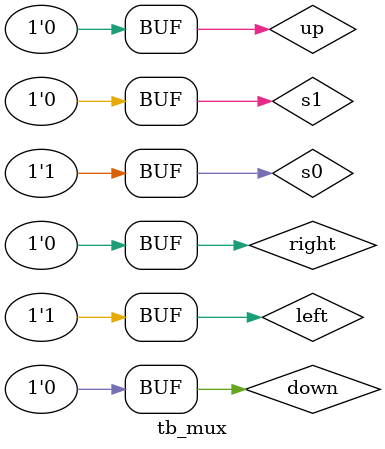
<source format=v>
`timescale 1ns / 1ps


module tb_mux;

reg s0, s1, left, right, up, down;
wire out;

    // Module test instantiation
    mux m(.up(up), .left(left), .right(right), .down(down),
     .s0(s0), .s1(s1), .out(out));
    
    initial begin
    up=0; left=0; right=0; down= 0; s0=0; s1=1;      
    #10                        
    up=1; left=0; right=0; down= 0; s0=0; s1=1;      
    #10  
    up=0; left=0; right=0; down= 0; s0=1; s1=0;      
    #10     
    up=0; left=1; right=0; down= 0; s0=1; s1=0;      
    #10;                   
    end


endmodule

</source>
